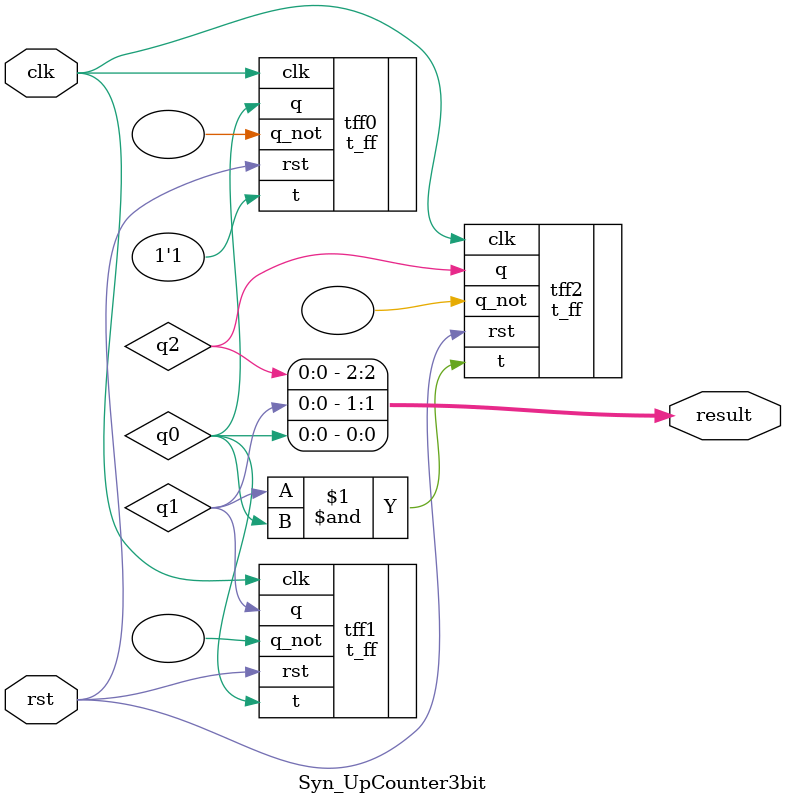
<source format=sv>
`timescale 1ns / 1ps
module Syn_UpCounter3bit(
   input clk,
   input rst,
   output  [2:0] result
    );
    reg q0,q1,q2;
    t_ff tff0(.t(1'b1),.clk(clk),.rst(rst),.q(q0),.q_not());
    t_ff tff1(.t(q0),.clk(clk),.rst(rst),.q(q1),.q_not());
    t_ff tff2(.t(q1 & q0),.clk(clk),.rst(rst),.q(q2),.q_not());
    
    assign result ={q2,q1,q0};
    
endmodule
</source>
